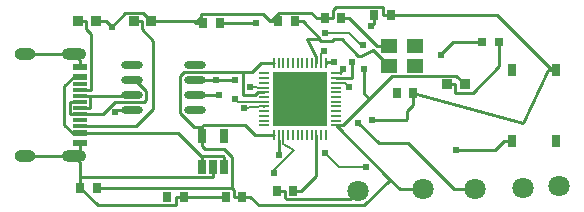
<source format=gtl>
G04 Layer: TopLayer*
G04 EasyEDA v6.5.51, 2026-01-01 11:10:02*
G04 c2e0b91a54b643c29b893d635b68bbd8,b0fcb86846164242a958a805a75853bb,10*
G04 Gerber Generator version 0.2*
G04 Scale: 100 percent, Rotated: No, Reflected: No *
G04 Dimensions in millimeters *
G04 leading zeros omitted , absolute positions ,4 integer and 5 decimal *
%FSLAX45Y45*%
%MOMM*%

%AMMACRO1*21,1,$1,$2,0,0,$3*%
%ADD10C,0.1500*%
%ADD11C,0.2540*%
%ADD12R,0.8000X0.9000*%
%ADD13O,1.864995X0.629996*%
%ADD14R,0.8000X0.8000*%
%ADD15MACRO1,0.864X0.8065X90.0000*%
%ADD16C,0.0106*%
%ADD17MACRO1,0.864X0.8065X-90.0000*%
%ADD18R,0.7500X1.0000*%
%ADD19R,4.6000X4.6000*%
%ADD20O,0.999998X0.2*%
%ADD21O,0.2X0.999998*%
%ADD22MACRO1,0.6223X1.1049X0.0000*%
%ADD23R,1.1500X0.6000*%
%ADD24R,1.1500X0.3000*%
%ADD25MACRO1,1.2X1.4X-90.0000*%
%ADD26R,1.4000X1.2000*%
%ADD27MACRO1,1.2X1.4X90.0000*%
%ADD28C,1.8000*%
%ADD29O,1.799996X0.999998*%
%ADD30O,2.099996X0.999998*%
%ADD31C,0.6100*%
%ADD32C,0.6200*%

%LPD*%
D10*
X2590794Y5626089D02*
G01*
X2706390Y5624288D01*
D11*
X2706293Y5584367D02*
G01*
X2650667Y5584367D01*
X2628900Y5562600D01*
X2527300Y5562600D01*
X2527300Y5753092D01*
D10*
X2670302Y5588000D02*
G01*
X2670302Y5584444D01*
D11*
X3378200Y5778500D02*
G01*
X3344925Y5745226D01*
X2789783Y5828098D02*
G01*
X2680131Y5828098D01*
X2605125Y5753092D01*
X4806086Y5173692D02*
G01*
X4740681Y5173692D01*
D10*
X2794000Y4902200D02*
G01*
X2794000Y4927600D01*
X2959100Y5092700D01*
X2869691Y5144007D01*
X2869691Y5220970D01*
D11*
X3638397Y6162768D02*
G01*
X3626281Y6162768D01*
X3608476Y6144963D01*
X3638397Y6235692D02*
G01*
X3638397Y6162768D01*
X2825597Y6184892D02*
G01*
X2757677Y6184892D01*
X2122677Y6184892D02*
G01*
X2122677Y6172192D01*
X1751736Y6184892D02*
G01*
X2122677Y6184892D01*
X2812897Y4749792D02*
G01*
X2880817Y4749792D01*
X5176088Y5773691D02*
G01*
X5143398Y5773691D01*
X5143398Y5773691D02*
G01*
X5110683Y5773691D01*
X3505200Y4749792D02*
G01*
X3432098Y4676691D01*
X2896870Y4676691D01*
X2880817Y4692743D01*
X2880817Y4749792D01*
X3219297Y6210292D02*
G01*
X3151377Y6210292D01*
X2122677Y6184892D02*
G01*
X2128393Y6184892D01*
X2168448Y6224948D01*
X2168448Y6237902D01*
X2175840Y6245293D01*
X2697276Y6245293D01*
X2757677Y6184892D01*
X2757677Y6184892D02*
G01*
X2830779Y6257993D01*
X3103676Y6257993D01*
X3151377Y6210292D01*
X3219297Y6210292D02*
G01*
X3287217Y6210292D01*
X1281836Y6184892D02*
G01*
X1308379Y6184892D01*
X5143398Y5773691D02*
G01*
X4681397Y6235692D01*
X3778402Y6235692D01*
X3710482Y6235692D02*
G01*
X3710482Y6303611D01*
X3704691Y6309403D01*
X3318408Y6309403D01*
X3287217Y6278211D01*
X3287217Y6210292D01*
X3778402Y6235692D02*
G01*
X3710482Y6235692D01*
X3913682Y5422892D02*
G01*
X3913682Y5354972D01*
X3908501Y5349791D01*
X3623945Y5349791D01*
X3968902Y5575300D02*
G01*
X3968902Y5478111D01*
X3913682Y5422894D01*
X1308379Y6184892D02*
G01*
X1370456Y6184892D01*
X1415211Y6140137D01*
X1415211Y6140137D02*
G01*
X1531264Y6256190D01*
X1680438Y6256190D01*
X1751736Y6184892D01*
X1585950Y5435592D02*
G01*
X1460627Y5435592D01*
X1445920Y5420885D01*
X3427222Y6210292D02*
G01*
X3659708Y5977806D01*
X3763492Y5977806D01*
X1150645Y5716795D02*
G01*
X1094206Y5716795D01*
X1015695Y5638284D01*
X1015695Y5310471D01*
X1089380Y5236786D01*
X1150645Y5236786D01*
X2178329Y4991574D02*
G01*
X2178329Y5032545D01*
X2178329Y4949995D02*
G01*
X2178329Y4991574D01*
X2178329Y5032545D02*
G01*
X2178329Y5033154D01*
X2178329Y5032545D02*
G01*
X2192121Y5046337D01*
X2355088Y5046337D01*
X2368270Y5033154D01*
X2368270Y4991574D02*
G01*
X2368270Y5033154D01*
X3300501Y5836988D02*
G01*
X3238677Y5836988D01*
X3229787Y5828098D01*
X2368270Y4991574D02*
G01*
X2368270Y4949995D01*
X3454400Y5842000D02*
G01*
X3454400Y5704331D01*
X3313429Y5704331D01*
X3556000Y5778500D02*
G01*
X3556000Y5572472D01*
X3598938Y5529534D01*
X3313531Y5304375D02*
G01*
X3373780Y5304375D01*
X3789095Y5719691D01*
X4138980Y5719691D01*
X4145229Y5725939D01*
X4331588Y5725939D01*
X4406036Y5651492D01*
X2589022Y4698992D02*
G01*
X2662123Y4625891D01*
X3553713Y4625891D01*
X3772865Y4845042D01*
X3772865Y4845042D02*
G01*
X3855415Y4762492D01*
X4051300Y4762492D01*
X2178329Y5209989D02*
G01*
X2178329Y5126829D01*
X2521102Y4698992D02*
G01*
X2453182Y4698992D01*
X3313531Y5304375D02*
G01*
X3772865Y4845042D01*
X2178329Y5289897D02*
G01*
X2178329Y5293149D01*
X2178329Y5209989D02*
G01*
X2178329Y5289897D01*
X2605125Y5753092D02*
G01*
X2031085Y5753092D01*
X1997405Y5719411D01*
X1997405Y5411690D01*
X2115947Y5293149D01*
X2178329Y5293149D01*
X2178329Y5126829D02*
G01*
X2205227Y5099931D01*
X2368499Y5099931D01*
X2431999Y5036431D01*
X2431999Y4775192D01*
X1289202Y4775192D02*
G01*
X2431999Y4775192D01*
X2431999Y4775192D02*
G01*
X2453182Y4754008D01*
X2453182Y4698992D01*
D10*
X2706291Y5504408D02*
G01*
X2483891Y5504408D01*
X2463800Y5524500D01*
D11*
X1131163Y6184892D02*
G01*
X1199413Y6184892D01*
X2330602Y6172192D02*
G01*
X2635580Y6172192D01*
X1150645Y5601784D02*
G01*
X1236065Y5601784D01*
X2952902Y4749792D02*
G01*
X3020822Y4749792D01*
X1150645Y5236786D02*
G01*
X1974697Y5236786D01*
X2178329Y5033154D01*
X2190597Y6172192D02*
G01*
X2122677Y6172192D01*
X4255363Y5651492D02*
G01*
X4323613Y5651492D01*
X1150645Y5451797D02*
G01*
X1236065Y5451797D01*
X1236243Y5551619D02*
G01*
X1574977Y5551619D01*
X1585950Y5562592D01*
X1236065Y5551797D02*
G01*
X1236243Y5551619D01*
X1236243Y5551619D02*
G01*
X1236243Y5451975D01*
X1236065Y5451797D01*
X1150645Y5501784D02*
G01*
X1065225Y5501784D01*
X1107947Y5401784D02*
G01*
X1065225Y5401784D01*
X1107947Y5401784D02*
G01*
X1150645Y5401784D01*
X2521102Y4698992D02*
G01*
X2589022Y4698992D01*
X3359302Y6210292D02*
G01*
X3427222Y6210292D01*
X1585950Y5689592D02*
G01*
X1610487Y5689592D01*
X1707845Y5592234D01*
X1707845Y5521317D01*
X1685620Y5499092D01*
X1441322Y5499092D01*
X1344015Y5401784D01*
X1150645Y5401784D01*
X4330700Y5092700D02*
G01*
X4659690Y5092700D01*
X4740683Y5173692D01*
X2122449Y5562592D02*
G01*
X2321229Y5562592D01*
X1601063Y6184892D02*
G01*
X1669313Y6184892D01*
X678154Y5044787D02*
G01*
X1093139Y5044787D01*
X678154Y5908794D02*
G01*
X1093139Y5908794D01*
X1093139Y5044787D02*
G01*
X1150645Y5102293D01*
X1150645Y5156801D01*
X2381097Y4698992D02*
G01*
X2347137Y4698992D01*
X2347137Y4698992D02*
G01*
X2025802Y4698992D01*
X1149197Y4866657D02*
G01*
X2273071Y4866657D01*
X2273249Y4866835D01*
X2025802Y4698992D02*
G01*
X1957882Y4698992D01*
X2273249Y4949995D02*
G01*
X2273249Y4866835D01*
X1149197Y4866657D02*
G01*
X1149197Y4988730D01*
X1093139Y5044787D01*
X1149197Y4822563D02*
G01*
X1149197Y4776436D01*
X1299743Y4625891D01*
X1952701Y4625891D01*
X1957882Y4631072D01*
X1957882Y4698992D01*
X1149197Y4775192D02*
G01*
X1149197Y4822563D01*
X2122449Y5689592D02*
G01*
X2297531Y5689592D01*
X2297534Y5689594D02*
G01*
X2297534Y5689600D01*
X2463800Y5689600D01*
X1149197Y4822563D02*
G01*
X1149197Y4866657D01*
X1093139Y5908794D02*
G01*
X1150645Y5851288D01*
X1150645Y5796805D01*
X1150645Y5301785D02*
G01*
X1625320Y5301785D01*
X1766874Y5443339D01*
X1766874Y6019081D01*
X1669313Y6116642D01*
X1669313Y6184892D01*
X1065225Y5501784D02*
G01*
X1065047Y5501606D01*
X1065047Y5401962D01*
X1065225Y5401784D01*
X1150645Y5551797D02*
G01*
X1236065Y5551797D01*
X4323613Y5651492D02*
G01*
X4323613Y5583242D01*
X4326661Y5580194D01*
X4474438Y5580194D01*
X4697704Y5803460D01*
X4697704Y6007117D01*
X2965602Y6184892D02*
G01*
X3033522Y6184892D01*
X1199413Y6184892D02*
G01*
X1199413Y6116642D01*
X1238173Y6077882D01*
X1238173Y5603892D01*
X1236065Y5601784D01*
X2833624Y5050180D02*
G01*
X2829763Y5054041D01*
X2829763Y5180228D01*
X4547882Y6007087D02*
G01*
X4305287Y6007087D01*
X4191000Y5892800D01*
X3149777Y5220886D02*
G01*
X3149777Y4878748D01*
X3020822Y4749792D01*
X5110683Y5773420D02*
G01*
X4902200Y5321300D01*
X3968902Y5575300D01*
X4495800Y4762500D02*
G01*
X4318000Y4762500D01*
X3924300Y5156200D01*
X3683000Y5156200D01*
X3505200Y5321300D01*
D10*
X3568700Y4953000D02*
G01*
X3340100Y4953000D01*
X3225800Y5067300D01*
D11*
X2178329Y5293149D02*
G01*
X2192147Y5306966D01*
X2547111Y5306966D01*
X2633192Y5220886D01*
X2789783Y5220886D01*
D10*
X3225800Y6083300D02*
G01*
X3429000Y6083300D01*
X3517900Y5994400D01*
X3530600Y5994400D01*
X3543300Y5981700D01*
D11*
X3073400Y6032500D02*
G01*
X3183610Y6034803D01*
X3033522Y6184892D01*
X3073400Y6032500D02*
G01*
X3149777Y5881946D01*
X3149777Y5828098D01*
X3763518Y5807710D02*
G01*
X3627627Y5943600D01*
X3530600Y5892800D01*
X3505200Y5892800D01*
X3365500Y6032500D01*
X3289300Y6032500D01*
X3289300Y6019800D01*
X3183610Y6019800D01*
D10*
X3213100Y5930900D02*
G01*
X3189757Y5907557D01*
X3189757Y5828106D01*
X3313521Y5664380D02*
G01*
X3390719Y5664380D01*
X3429000Y5626100D01*
X2540000Y5448300D02*
G01*
X2706293Y5464378D01*
X2706278Y5463539D01*
D12*
G01*
X2025802Y4699000D03*
G01*
X1885797Y4699000D03*
G01*
X1149197Y4775200D03*
G01*
X1289202Y4775200D03*
G01*
X3359302Y6210300D03*
G01*
X3219297Y6210300D03*
G01*
X2965602Y6184900D03*
G01*
X2825597Y6184900D03*
G01*
X2521102Y4699000D03*
G01*
X2381097Y4699000D03*
G01*
X3778402Y6235700D03*
G01*
X3638397Y6235700D03*
G01*
X3968902Y5575300D03*
G01*
X3828897Y5575300D03*
G01*
X2812897Y4749800D03*
G01*
X2952902Y4749800D03*
G01*
X2190597Y6172200D03*
G01*
X2330602Y6172200D03*
D13*
G01*
X1585950Y5816600D03*
G01*
X1585950Y5689600D03*
G01*
X1585950Y5562600D03*
G01*
X1585950Y5435600D03*
G01*
X2122449Y5816600D03*
G01*
X2122449Y5689600D03*
G01*
X2122449Y5562600D03*
G01*
X2122449Y5435600D03*
D14*
G01*
X4697704Y6007100D03*
G01*
X4547895Y6007100D03*
D15*
G01*
X1751724Y6184900D03*
G01*
X1601075Y6184900D03*
G01*
X1281824Y6184900D03*
G01*
X1131175Y6184900D03*
D17*
G01*
X4255375Y5651500D03*
G01*
X4406024Y5651500D03*
D18*
G01*
X4806111Y5173700D03*
G01*
X4806111Y5773699D03*
G01*
X5176088Y5173700D03*
G01*
X5176088Y5773699D03*
D19*
G01*
X3009925Y5524220D03*
D20*
G01*
X2706293Y5744362D03*
G01*
X2706293Y5704382D03*
G01*
X2706293Y5664377D03*
G01*
X2706293Y5624372D03*
G01*
X2706293Y5584367D03*
G01*
X2706293Y5544362D03*
G01*
X2706293Y5504408D03*
G01*
X2706293Y5464378D03*
G01*
X2706293Y5424398D03*
G01*
X2706293Y5384368D03*
G01*
X2706293Y5344388D03*
G01*
X2706293Y5304383D03*
G01*
X3313506Y5304383D03*
G01*
X3313506Y5344388D03*
G01*
X3313506Y5384368D03*
G01*
X3313506Y5424398D03*
G01*
X3313506Y5464378D03*
G01*
X3313506Y5504408D03*
G01*
X3313506Y5544362D03*
G01*
X3313506Y5584367D03*
G01*
X3313506Y5624372D03*
G01*
X3313506Y5664377D03*
G01*
X3313506Y5704382D03*
G01*
X3313506Y5744362D03*
D21*
G01*
X3229787Y5220893D03*
G01*
X3189757Y5220893D03*
G01*
X3149777Y5220893D03*
G01*
X3109798Y5220893D03*
G01*
X3069793Y5220893D03*
G01*
X3029788Y5220893D03*
G01*
X2989783Y5220893D03*
G01*
X2949752Y5220893D03*
G01*
X2909798Y5220893D03*
G01*
X2869793Y5220893D03*
G01*
X2829763Y5220893D03*
G01*
X2789758Y5220893D03*
G01*
X2789758Y5828106D03*
G01*
X2829763Y5828106D03*
G01*
X2869793Y5828106D03*
G01*
X2909798Y5828106D03*
G01*
X2949752Y5828106D03*
G01*
X2989783Y5828106D03*
G01*
X3029737Y5828106D03*
G01*
X3069793Y5828106D03*
G01*
X3109747Y5828106D03*
G01*
X3149777Y5828106D03*
G01*
X3189757Y5828106D03*
G01*
X3229787Y5828106D03*
D22*
G01*
X2368273Y5210002D03*
G01*
X2178324Y5210002D03*
G01*
X2178321Y4949997D03*
G01*
X2273236Y4949997D03*
G01*
X2368268Y4950000D03*
D23*
G01*
X1150645Y5796787D03*
G01*
X1150645Y5716803D03*
G01*
X1150645Y5156809D03*
G01*
X1150645Y5236794D03*
D24*
G01*
X1150645Y5301792D03*
G01*
X1150645Y5351805D03*
G01*
X1150645Y5401792D03*
G01*
X1150645Y5451805D03*
G01*
X1150645Y5501792D03*
G01*
X1150645Y5551804D03*
G01*
X1150645Y5601792D03*
G01*
X1150645Y5651804D03*
D25*
G01*
X3983499Y5977788D03*
G01*
X3763500Y5977788D03*
D26*
G01*
X3763492Y5807786D03*
D27*
G01*
X3983499Y5807786D03*
D28*
G01*
X4051300Y4762500D03*
G01*
X3505200Y4749800D03*
G01*
X4495800Y4762500D03*
G01*
X4902200Y4775200D03*
G01*
X5207000Y4787900D03*
D29*
G01*
X678154Y5908802D03*
D30*
G01*
X1093139Y5044795D03*
G01*
X1093139Y5908802D03*
D29*
G01*
X678154Y5044795D03*
D31*
G01*
X4330700Y5092700D03*
G01*
X2540000Y5448300D03*
G01*
X2463800Y5689600D03*
G01*
X2321229Y5562600D03*
G01*
X3300501Y5836996D03*
G01*
X3608476Y6144971D03*
G01*
X1415211Y6140145D03*
G01*
X1445920Y5420893D03*
G01*
X3623945Y5349798D03*
G01*
X3454400Y5842000D03*
G01*
X2635580Y6172200D03*
D32*
G01*
X2833624Y5050180D03*
G01*
X4200118Y5901893D03*
G01*
X3505200Y5321300D03*
G01*
X3828897Y5575300D03*
G01*
X3429000Y5626100D03*
G01*
X3359302Y6210300D03*
G01*
X3213100Y5930900D03*
G01*
X1885797Y4699000D03*
G01*
X2178329Y4950002D03*
G01*
X3378200Y5778500D03*
G01*
X3556000Y5778500D03*
G01*
X3568700Y4953000D03*
G01*
X3225800Y5067300D03*
G01*
X3225800Y6083300D03*
G01*
X3543300Y5981700D03*
G01*
X2297531Y5689600D03*
G01*
X2794000Y4902200D03*
D31*
G01*
X2590800Y5626100D03*
G01*
X2463800Y5524500D03*
M02*

</source>
